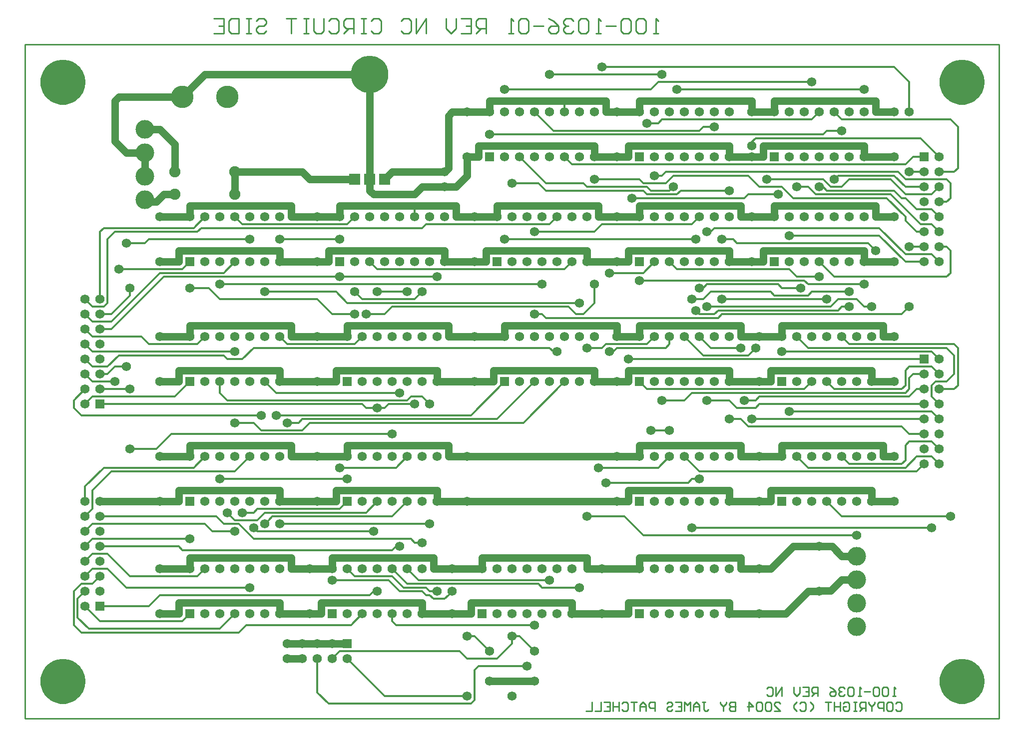
<source format=gbl>
*%FSLAX23Y23*%
*%MOIN*%
G01*
%ADD11C,0.006*%
%ADD12C,0.007*%
%ADD13C,0.008*%
%ADD14C,0.010*%
%ADD15C,0.012*%
%ADD16C,0.020*%
%ADD17C,0.036*%
%ADD18C,0.042*%
%ADD19C,0.050*%
%ADD20C,0.056*%
%ADD21C,0.062*%
%ADD22C,0.066*%
%ADD23C,0.068*%
%ADD24C,0.070*%
%ADD25C,0.075*%
%ADD26C,0.081*%
%ADD27C,0.090*%
%ADD28C,0.120*%
%ADD29C,0.125*%
%ADD30C,0.131*%
%ADD31C,0.140*%
%ADD32C,0.150*%
%ADD33C,0.156*%
%ADD34C,0.160*%
%ADD35C,0.250*%
%ADD36C,0.250*%
%ADD37R,0.062X0.062*%
%ADD38R,0.068X0.068*%
%ADD39R,0.075X0.075*%
%ADD40R,0.081X0.081*%
%ADD41R,0.250X0.250*%
D14*
X10808Y9988D02*
X10841D01*
X10824D02*
X10808D01*
X10824D02*
Y10088D01*
X10825D01*
X10824D02*
X10841Y10071D01*
X10758D02*
X10741Y10088D01*
X10708D01*
X10691Y10071D01*
Y10005D01*
X10708Y9988D01*
X10741D01*
X10758Y10005D01*
Y10071D01*
X10658D02*
X10641Y10088D01*
X10608D01*
X10591Y10071D01*
Y10005D01*
X10608Y9988D01*
X10641D01*
X10658Y10005D01*
Y10071D01*
X10558Y10038D02*
X10491D01*
X10458Y9988D02*
X10424D01*
X10441D01*
Y10088D01*
X10442D01*
X10441D02*
X10458Y10071D01*
X10374D02*
X10358Y10088D01*
X10324D01*
X10308Y10071D01*
Y10005D01*
X10324Y9988D01*
X10358D01*
X10374Y10005D01*
Y10071D01*
X10275D02*
X10258Y10088D01*
X10225D01*
X10208Y10071D01*
Y10055D01*
X10209D01*
X10208D02*
X10209D01*
X10208D02*
X10209D01*
X10208D02*
X10225Y10038D01*
X10241D01*
X10225D01*
X10208Y10021D01*
Y10005D01*
X10225Y9988D01*
X10258D01*
X10275Y10005D01*
X10141Y10071D02*
X10108Y10088D01*
X10141Y10071D02*
X10175Y10038D01*
Y10005D01*
X10158Y9988D01*
X10125D01*
X10108Y10005D01*
Y10021D01*
X10125Y10038D01*
X10175D01*
X10075D02*
X10008D01*
X9975Y10071D02*
X9958Y10088D01*
X9925D01*
X9908Y10071D01*
Y10005D01*
X9925Y9988D01*
X9958D01*
X9975Y10005D01*
Y10071D01*
X9875Y9988D02*
X9841D01*
X9858D01*
Y10088D01*
X9859D01*
X9858D02*
X9875Y10071D01*
X9691Y10088D02*
Y9988D01*
Y10088D02*
X9641D01*
X9625Y10071D01*
Y10038D01*
X9641Y10021D01*
X9691D01*
X9658D02*
X9625Y9988D01*
X9591Y10088D02*
X9525D01*
X9591D02*
Y9988D01*
X9525D01*
X9558Y10038D02*
X9591D01*
X9491Y10021D02*
Y10088D01*
Y10021D02*
X9458Y9988D01*
X9425Y10021D01*
Y10088D01*
X9292D02*
Y9988D01*
X9225D02*
X9292Y10088D01*
X9225D02*
Y9988D01*
X9125Y10071D02*
X9142Y10088D01*
X9175D01*
X9192Y10071D01*
Y10005D01*
X9175Y9988D01*
X9142D01*
X9125Y10005D01*
X8942Y10088D02*
X8925Y10071D01*
X8942Y10088D02*
X8975D01*
X8992Y10071D01*
Y10005D01*
X8975Y9988D01*
X8942D01*
X8925Y10005D01*
X8892Y10088D02*
X8858D01*
X8875D01*
Y9988D01*
X8892D01*
X8858D01*
X8808D02*
Y10088D01*
X8758D01*
X8742Y10071D01*
Y10038D01*
X8758Y10021D01*
X8808D01*
X8775D02*
X8742Y9988D01*
X8642Y10071D02*
X8658Y10088D01*
X8692D01*
X8708Y10071D01*
Y10005D01*
X8692Y9988D01*
X8658D01*
X8642Y10005D01*
X8608D02*
Y10088D01*
Y10005D02*
X8592Y9988D01*
X8558D01*
X8542Y10005D01*
Y10088D01*
X8508D02*
X8475D01*
X8492D01*
Y9988D01*
X8508D01*
X8475D01*
X8425Y10088D02*
X8358D01*
X8392D01*
Y9988D01*
X8175Y10088D02*
X8159Y10071D01*
X8175Y10088D02*
X8209D01*
X8225Y10071D01*
Y10055D01*
X8209Y10038D01*
X8175D01*
X8159Y10021D01*
Y10005D01*
X8175Y9988D01*
X8209D01*
X8225Y10005D01*
X8125Y10088D02*
X8092D01*
X8109D01*
Y9988D01*
X8125D01*
X8092D01*
X8042D02*
Y10088D01*
Y9988D02*
X7992D01*
X7975Y10005D01*
Y10071D01*
X7992Y10088D01*
X8042D01*
X7942D02*
X7875D01*
X7942D02*
Y9988D01*
X7875D01*
X7909Y10038D02*
X7942D01*
X12406Y5563D02*
X12426D01*
X12416D02*
X12406D01*
X12416D02*
Y5623D01*
X12417D01*
X12416D02*
X12426Y5613D01*
X12376D02*
X12366Y5623D01*
X12346D01*
X12336Y5613D01*
Y5573D01*
X12346Y5563D01*
X12366D01*
X12376Y5573D01*
Y5613D01*
X12316D02*
X12306Y5623D01*
X12286D01*
X12276Y5613D01*
Y5573D01*
X12286Y5563D01*
X12306D01*
X12316Y5573D01*
Y5613D01*
X12256Y5593D02*
X12216D01*
X12196Y5563D02*
X12176D01*
X12186D01*
Y5623D01*
X12187D01*
X12186D02*
X12196Y5613D01*
X12146D02*
X12136Y5623D01*
X12116D01*
X12106Y5613D01*
Y5573D01*
X12116Y5563D01*
X12136D01*
X12146Y5573D01*
Y5613D01*
X12086D02*
X12076Y5623D01*
X12056D01*
X12046Y5613D01*
Y5603D01*
X12047D01*
X12046D02*
X12047D01*
X12046D02*
X12047D01*
X12046D02*
X12056Y5593D01*
X12066D01*
X12056D01*
X12046Y5583D01*
Y5573D01*
X12056Y5563D01*
X12076D01*
X12086Y5573D01*
X12006Y5613D02*
X11986Y5623D01*
X12006Y5613D02*
X12026Y5593D01*
Y5573D01*
X12016Y5563D01*
X11996D01*
X11986Y5573D01*
Y5583D01*
X11996Y5593D01*
X12026D01*
X11906Y5563D02*
Y5623D01*
X11876D01*
X11866Y5613D01*
Y5593D01*
X11876Y5583D01*
X11906D01*
X11886D02*
X11866Y5563D01*
X11846Y5623D02*
X11806D01*
X11846D02*
Y5563D01*
X11806D01*
X11826Y5593D02*
X11846D01*
X11786Y5583D02*
Y5623D01*
Y5583D02*
X11766Y5563D01*
X11746Y5583D01*
Y5623D01*
X11666D02*
Y5563D01*
X11626D02*
X11666Y5623D01*
X11626D02*
Y5563D01*
X11566Y5613D02*
X11576Y5623D01*
X11596D01*
X11606Y5613D01*
Y5573D01*
X11596Y5563D01*
X11576D01*
X11566Y5573D01*
X12426Y5513D02*
X12436Y5523D01*
X12456D01*
X12466Y5513D01*
Y5473D01*
X12456Y5463D01*
X12436D01*
X12426Y5473D01*
X12396Y5523D02*
X12376D01*
X12396D02*
X12406Y5513D01*
Y5473D01*
X12396Y5463D01*
X12376D01*
X12366Y5473D01*
Y5513D01*
X12376Y5523D01*
X12346D02*
Y5463D01*
Y5523D02*
X12316D01*
X12306Y5513D01*
Y5493D01*
X12316Y5483D01*
X12346D01*
X12286Y5513D02*
Y5523D01*
Y5513D02*
X12266Y5493D01*
X12246Y5513D01*
Y5523D01*
X12266Y5493D02*
Y5463D01*
X12226D02*
Y5523D01*
X12196D01*
X12186Y5513D01*
Y5493D01*
X12196Y5483D01*
X12226D01*
X12206D02*
X12186Y5463D01*
X12166Y5523D02*
X12146D01*
X12156D01*
Y5463D01*
X12166D01*
X12146D01*
X12086Y5523D02*
X12076Y5513D01*
X12086Y5523D02*
X12106D01*
X12116Y5513D01*
Y5473D01*
X12106Y5463D01*
X12086D01*
X12076Y5473D01*
Y5493D01*
X12096D01*
X12056Y5523D02*
Y5463D01*
Y5493D01*
X12016D01*
Y5523D01*
Y5463D01*
X11996Y5523D02*
X11956D01*
X11976D01*
Y5463D01*
X11876Y5483D02*
X11856Y5463D01*
X11876Y5483D02*
Y5503D01*
X11856Y5523D01*
X11796D02*
X11786Y5513D01*
X11796Y5523D02*
X11816D01*
X11826Y5513D01*
Y5473D01*
X11816Y5463D01*
X11796D01*
X11786Y5473D01*
X11766Y5463D02*
X11746Y5483D01*
Y5503D01*
X11766Y5523D01*
X11656Y5463D02*
X11616D01*
X11656D02*
X11616Y5503D01*
Y5513D01*
X11626Y5523D01*
X11646D01*
X11656Y5513D01*
X11596D02*
X11586Y5523D01*
X11566D01*
X11556Y5513D01*
Y5473D01*
X11566Y5463D01*
X11586D01*
X11596Y5473D01*
Y5513D01*
X11536D02*
X11526Y5523D01*
X11506D01*
X11496Y5513D01*
Y5473D01*
X11506Y5463D01*
X11526D01*
X11536Y5473D01*
Y5513D01*
X11446Y5523D02*
Y5463D01*
X11476Y5493D02*
X11446Y5523D01*
X11436Y5493D02*
X11476D01*
X11356Y5523D02*
Y5463D01*
X11326D01*
X11316Y5473D01*
Y5483D01*
X11326Y5493D01*
X11356D01*
X11357D01*
X11356D02*
X11357D01*
X11356D02*
X11357D01*
X11356D02*
X11326D01*
X11316Y5503D01*
Y5513D01*
X11326Y5523D01*
X11356D01*
X11296D02*
Y5513D01*
X11276Y5493D01*
X11256Y5513D01*
Y5523D01*
X11276Y5493D02*
Y5463D01*
X11156Y5523D02*
X11136D01*
X11146D02*
X11156D01*
X11146D02*
Y5473D01*
X11156Y5463D01*
X11166D01*
X11176Y5473D01*
X11116Y5463D02*
Y5503D01*
X11096Y5523D01*
X11076Y5503D01*
Y5463D01*
Y5493D01*
X11116D01*
X11056Y5463D02*
Y5523D01*
X11036Y5503D01*
X11016Y5523D01*
Y5463D01*
X10996Y5523D02*
X10956D01*
X10996D02*
Y5463D01*
X10956D01*
X10976Y5493D02*
X10996D01*
X10907Y5523D02*
X10897Y5513D01*
X10907Y5523D02*
X10926D01*
X10936Y5513D01*
Y5503D01*
X10926Y5493D01*
X10907D01*
X10897Y5483D01*
Y5473D01*
X10907Y5463D01*
X10926D01*
X10936Y5473D01*
X10817Y5463D02*
Y5523D01*
X10787D01*
X10777Y5513D01*
Y5493D01*
X10787Y5483D01*
X10817D01*
X10757Y5463D02*
Y5503D01*
X10737Y5523D01*
X10717Y5503D01*
Y5463D01*
Y5493D01*
X10757D01*
X10697Y5523D02*
X10657D01*
X10677D01*
Y5463D01*
X10607Y5523D02*
X10597Y5513D01*
X10607Y5523D02*
X10627D01*
X10637Y5513D01*
Y5473D01*
X10627Y5463D01*
X10607D01*
X10597Y5473D01*
X10577Y5463D02*
Y5523D01*
Y5493D02*
Y5463D01*
Y5493D02*
X10537D01*
Y5523D01*
Y5463D01*
X10517Y5523D02*
X10477D01*
X10517D02*
Y5463D01*
X10477D01*
X10497Y5493D02*
X10517D01*
X10457Y5523D02*
Y5463D01*
X10417D01*
X10397D02*
Y5523D01*
Y5463D02*
X10357D01*
X13116Y5413D02*
Y9913D01*
X6616D02*
Y5413D01*
X13116D01*
Y9913D02*
X6616D01*
D15*
X7141Y7088D02*
X7016Y6963D01*
X7066Y6938D02*
X7191Y7063D01*
Y8063D02*
X7516Y8388D01*
X7541Y8363D02*
X7191Y8013D01*
X9591Y7438D02*
X9816Y7663D01*
X10016D02*
X9766Y7413D01*
X9941Y7388D02*
X10216Y7663D01*
X7316Y8238D02*
X7191Y8113D01*
X7166Y6513D02*
X7316Y6363D01*
X12591Y9288D02*
X12716Y9163D01*
X12391Y8913D02*
X12591Y8713D01*
X12491Y8763D02*
X12366Y8888D01*
X10091Y8988D02*
X9916Y9163D01*
X10141Y9338D02*
X10016Y9463D01*
X10616Y6763D02*
X10741Y6638D01*
X11141Y7838D02*
X11016Y7963D01*
X8766Y5813D02*
X9016Y5563D01*
X12316Y8638D02*
X12491Y8463D01*
Y8513D02*
X12316Y8688D01*
X9591Y5513D02*
X8641D01*
X9016Y5563D02*
X9566D01*
X9641Y5763D02*
X9966D01*
X6966Y6088D02*
Y6213D01*
X6941Y6263D02*
Y6038D01*
Y7488D02*
Y7538D01*
X7016Y6263D02*
X6966Y6213D01*
X6941Y6263D02*
X6991Y6313D01*
X6941Y7538D02*
X7016Y7613D01*
X6966Y6088D02*
X7041Y6013D01*
X6991Y5988D02*
X6941Y6038D01*
X6991Y7438D02*
X6941Y7488D01*
X9566Y5963D02*
X9616D01*
X9516Y5863D02*
X8716D01*
X9566Y5813D02*
X9766D01*
X9866Y5963D02*
X9916D01*
X7016Y6863D02*
Y6963D01*
X7066Y6938D02*
Y6813D01*
X7116Y8213D02*
Y8663D01*
X7166Y8613D02*
Y8188D01*
X7116Y6363D02*
X7066Y6313D01*
X7016Y6363D02*
X7066Y6413D01*
X7016Y6463D02*
X7066Y6513D01*
X7016Y6563D02*
X7066Y6613D01*
X7016Y6663D02*
X7066Y6713D01*
X7016Y6763D02*
X7066Y6813D01*
X7116Y8663D02*
X7141Y8688D01*
X7166Y8613D02*
X7216Y8663D01*
X7166Y8188D02*
X7141Y8163D01*
X7241Y7838D02*
X7166Y7763D01*
Y7713D02*
X7216Y7763D01*
X7066Y7563D02*
X7016Y7513D01*
Y6163D02*
X7116Y6063D01*
X7216Y6363D02*
X7166Y6413D01*
X7066Y8163D02*
X7016Y8213D01*
Y8113D02*
X7066Y8063D01*
X7016Y8013D02*
X7066Y7963D01*
X7016Y7913D02*
X7066Y7863D01*
X7016Y7813D02*
X7066Y7763D01*
X7016Y7713D02*
X7066Y7663D01*
X7116Y6063D02*
X7666D01*
X7916Y6013D02*
X7041D01*
X7116Y6163D02*
X7441D01*
X6991Y5988D02*
X8041D01*
X8091Y6038D02*
X8791D01*
X9116D02*
X10016D01*
X9116D02*
X9091D01*
X7316Y8238D02*
Y8288D01*
X7216Y6363D02*
X7291Y6288D01*
X7516Y6238D02*
X8916D01*
X8941Y6263D02*
X8966D01*
X7066Y6313D02*
X6991D01*
X7291Y6288D02*
X8116D01*
X7766Y6363D02*
X7316D01*
X9241Y6338D02*
X10116D01*
X10041Y6313D02*
X9166D01*
X10066Y6288D02*
X10316D01*
X9366Y6263D02*
X9316D01*
X9291Y6288D02*
X9141D01*
X9066Y6363D02*
X8816D01*
X9341Y6213D02*
X9416D01*
X9316Y6238D02*
X9291D01*
X9266Y6263D02*
X9116D01*
X9041Y6338D02*
X8666D01*
X7516Y6238D02*
X7441Y6163D01*
X7416Y8588D02*
X7441Y8613D01*
X7591Y7313D02*
X7491Y7213D01*
X7441Y7913D02*
X7391Y7963D01*
X7166Y6413D02*
X7066D01*
Y6513D02*
X7166D01*
X7666Y6538D02*
X9066D01*
X9091Y6563D02*
X9116D01*
X7641D02*
X7116D01*
X7666Y6063D02*
X7716Y6113D01*
X7766Y6363D02*
X7816Y6413D01*
X7741Y7088D02*
X7816Y7163D01*
X7741Y8688D02*
X7816Y8763D01*
Y7963D02*
X7766Y7913D01*
X7666Y8413D02*
X7716Y8463D01*
Y7663D02*
X7616Y7563D01*
X7766Y8663D02*
X7791Y8688D01*
X7641Y6563D02*
X7666Y6538D01*
X7716Y6613D02*
X7066D01*
X9216Y6588D02*
X9266D01*
X11066Y6688D02*
X12666D01*
X8016Y6663D02*
X7866D01*
X7816Y6713D02*
X7066D01*
X7941D02*
X8041D01*
X8141Y6613D02*
X9191D01*
X8941Y6663D02*
X8166D01*
X8316Y6713D02*
X9316D01*
X8166Y6738D02*
X8016D01*
X10741Y6638D02*
X12166D01*
X7916Y7588D02*
Y7663D01*
X8016Y6113D02*
X7916Y6013D01*
X7941Y8388D02*
X8016Y8463D01*
X7941Y7838D02*
X7966Y7813D01*
X7916Y7588D02*
X7966Y7538D01*
X7816Y6713D02*
X7866Y6663D01*
X7941Y6713D02*
X7891Y6763D01*
X7916Y8213D02*
X7841Y8288D01*
X12066Y6763D02*
X12791D01*
X7891D02*
X7116D01*
X8166Y6813D02*
X8716D01*
X8141Y6788D02*
X8066D01*
X8216D02*
X8891D01*
X9066Y6763D02*
X8266D01*
X10366D02*
X10616D01*
X8091Y6038D02*
X8041Y5988D01*
X8016Y7063D02*
X8116Y7163D01*
X8066Y7813D02*
X8141Y7888D01*
X8166Y6813D02*
X8141Y6788D01*
X8191Y7338D02*
X8141Y7388D01*
X8041Y6713D02*
X8141Y6613D01*
X8166Y6663D02*
X8141Y6688D01*
X8016Y6738D02*
X7966Y6788D01*
X8066Y8713D02*
X8016Y8763D01*
X7741Y7088D02*
X7141D01*
X7191Y7063D02*
X8016D01*
X11116D02*
X12566D01*
X12491Y7088D02*
X11841D01*
X12116Y7113D02*
X12466D01*
X10841Y7088D02*
X10441D01*
X8766Y7013D02*
X7916D01*
X8716Y7088D02*
X9091D01*
X10491Y6988D02*
X11041D01*
X11066Y7013D02*
X11116D01*
X8216Y6788D02*
X8166Y6738D01*
X8241D02*
X8266Y6763D01*
X8241Y6738D02*
X8216Y6713D01*
X8291Y7588D02*
X8216Y7663D01*
X8366Y7913D02*
X8316Y7963D01*
X10791Y7338D02*
X10916D01*
X12516Y7313D02*
X12616D01*
X12566Y7163D02*
X12666D01*
Y7263D02*
X12516D01*
X8466Y7338D02*
X8191D01*
X7591Y7313D02*
X9066D01*
X7491Y7213D02*
X7316D01*
X8441Y7388D02*
X8466Y7413D01*
X8516Y7388D02*
X8466Y7338D01*
X8191Y7438D02*
X6991D01*
X11416Y7538D02*
X11491D01*
Y7488D02*
X11366D01*
X11316Y7538D02*
X11166D01*
X11516Y7513D02*
X12616D01*
X11016Y7538D02*
X10866D01*
X11466Y7413D02*
X12616D01*
X12666Y7463D02*
X11716D01*
X11441Y7363D02*
X12466D01*
X11391Y7413D02*
X11316D01*
X9591Y7438D02*
X8291D01*
X8466Y7413D02*
X9766D01*
X8441Y7388D02*
X8366D01*
X8516D02*
X9941D01*
X8141D02*
X8016D01*
X7966Y7538D02*
X9166D01*
X9016Y7488D02*
X8966D01*
X9041Y7513D02*
X9216D01*
X9016Y7488D02*
X8891D01*
X8866Y7513D02*
X7116D01*
X8566Y5813D02*
Y5588D01*
X8716Y6813D02*
X8766Y6863D01*
X8716Y5863D02*
X8666Y5813D01*
X8566Y5588D02*
X8641Y5513D01*
X8766Y8188D02*
X8691Y8263D01*
X8566Y8213D02*
X8666Y8113D01*
X7166Y7713D02*
X7116D01*
X7066Y7663D02*
X7216D01*
X7066Y7563D02*
X7616D01*
X12716Y7613D02*
X12816D01*
X12766Y7663D02*
X12691D01*
X12466Y7613D02*
X12016D01*
X12541Y7713D02*
X12616D01*
X12516Y7563D02*
X11516D01*
X12566Y7613D02*
X12616D01*
X12491Y7588D02*
X11066D01*
X9116D02*
X8291D01*
X9191Y7563D02*
X9266D01*
X10766Y7613D02*
X11816D01*
X7316D02*
X7116D01*
X8916Y6238D02*
X8941Y6263D01*
X8866Y6113D02*
X8791Y6038D01*
X8891Y6788D02*
X8966Y6863D01*
X8766Y8713D02*
X8816Y8763D01*
X8866Y7963D02*
X8816Y7913D01*
X8866Y8213D02*
X8816Y8263D01*
X8766Y6413D02*
X8816Y6363D01*
X8966Y8413D02*
X8916Y8463D01*
X8866Y7513D02*
X8891Y7488D01*
X7766Y7913D02*
X7441D01*
X7066Y7863D02*
X8016D01*
X7166Y7763D02*
X7066D01*
X7241Y7838D02*
X7941D01*
X7966Y7813D02*
X8066D01*
X8141Y7888D02*
X10116D01*
X10141Y7863D02*
X10166D01*
X7291Y7763D02*
X7216D01*
X12116Y7913D02*
X12816D01*
X12766Y7888D02*
X11841D01*
X11666Y7863D02*
X12666D01*
Y7763D02*
X12516D01*
X10966Y7813D02*
X10641D01*
X10966D02*
X12616D01*
X11391Y7888D02*
X11191D01*
X10766Y7913D02*
X10491D01*
X10466Y7888D02*
X10366D01*
X10566D02*
X10891D01*
X10541Y7863D02*
X10516D01*
X11141Y7838D02*
X11441D01*
X8816Y7913D02*
X8366D01*
X9066Y6113D02*
Y6063D01*
Y6538D02*
X9091Y6563D01*
Y7088D02*
X9166Y7163D01*
Y6863D02*
X9066Y6763D01*
X9016Y7488D02*
X9041Y7513D01*
X9016Y8113D02*
X9066Y8163D01*
Y6413D02*
X9166Y6313D01*
X9066Y6063D02*
X9091Y6038D01*
X9141Y6288D02*
X9066Y6363D01*
X9041Y6338D02*
X9116Y6263D01*
X7191Y8063D02*
X7066D01*
X7116Y8013D02*
X7191D01*
X7066Y7963D02*
X7391D01*
X8666Y8113D02*
X8816D01*
X7191D02*
X7116D01*
X11116D02*
X11216D01*
X11266D02*
X12466D01*
X11241Y8088D02*
X10091D01*
X10066Y8113D02*
X10016D01*
X9016D02*
X8891D01*
X10291D02*
X10341D01*
X9216Y8763D02*
Y8838D01*
X9266Y8263D02*
X9216Y8213D01*
X9191Y7563D02*
X9166Y7538D01*
X9266Y8688D02*
X9291Y8713D01*
X9191Y6613D02*
X9216Y6588D01*
X9166Y6413D02*
X9241Y6338D01*
X9316Y7513D02*
X9266Y7563D01*
X9291Y6288D02*
X9316Y6263D01*
Y6238D02*
X9341Y6213D01*
X9291Y6238D02*
X9266Y6263D01*
X7141Y8163D02*
X7066D01*
X11266Y8213D02*
X11966D01*
X11791Y8288D02*
X11666D01*
X11641Y8313D02*
X11166D01*
X11141Y8288D02*
X11116D01*
X11866Y8263D02*
X12116D01*
X11841Y8238D02*
X11616D01*
X11591Y8263D02*
X11191D01*
X11141Y8213D02*
X11066D01*
X9166Y8263D02*
X8966D01*
X8866Y8213D02*
X9216D01*
X10066Y8313D02*
X7916D01*
X8216Y8263D02*
X8691D01*
X8766Y8188D02*
X10316D01*
X8566Y8213D02*
X7916D01*
X7841Y8288D02*
X7716D01*
X12216Y8163D02*
X12266D01*
X12166Y8213D02*
X12041D01*
X11991Y8163D02*
X11166D01*
X12066D02*
X12116D01*
X12041Y8138D02*
X11241D01*
X10241Y8163D02*
X9066D01*
X11841Y8313D02*
X12216D01*
X9466Y6263D02*
X9441Y6238D01*
X9416Y6213D01*
X9516Y5863D02*
X9566Y5813D01*
X7941Y8388D02*
X7516D01*
X7541Y8363D02*
X9366D01*
X7666Y8413D02*
X7241D01*
X12016Y8363D02*
X12766D01*
X11716Y8413D02*
X10966D01*
X11766Y8363D02*
X11916D01*
X11816Y8338D02*
X10716D01*
X10216Y8413D02*
X8966D01*
X8716Y8363D02*
X9366D01*
X12491Y8463D02*
X12616D01*
X12666Y8513D02*
X12491D01*
X10741Y8388D02*
X10516D01*
X9616Y5738D02*
Y5538D01*
Y5738D02*
X9641Y5763D01*
X9616Y5538D02*
X9591Y5513D01*
X9716Y5863D02*
X9616Y5963D01*
X7741Y8688D02*
X7141D01*
X7216Y8663D02*
X7766D01*
X7416Y8588D02*
X7291D01*
X12591Y8713D02*
X12666D01*
X12616Y8663D02*
X12566D01*
X12716Y8563D02*
X12766D01*
X11191Y8663D02*
X11166D01*
X11366Y8588D02*
X12241D01*
X11341Y8613D02*
X11266D01*
X10416Y8663D02*
X10016D01*
X10466Y8713D02*
X11066D01*
X8766D02*
X8066D01*
X8316Y8613D02*
X8716D01*
X8116D02*
X7441D01*
X7791Y8688D02*
X9266D01*
X9291Y8713D02*
X10116D01*
X9816Y8613D02*
X11091D01*
X11716Y8638D02*
X12316D01*
Y8688D02*
X11216D01*
X12516Y8563D02*
X12616D01*
X9866Y5963D02*
Y5913D01*
X9766Y5813D01*
X9916Y5963D02*
X10016Y5863D01*
X12716Y8863D02*
X12766D01*
X12666Y8913D02*
X12491D01*
X12566Y8813D02*
X12666D01*
X12491Y8888D02*
X12466D01*
X12391Y8913D02*
X11891D01*
X11741Y8888D02*
X12366D01*
X10966Y8913D02*
X10766D01*
X11441D02*
X11641D01*
X11416Y8888D02*
X10666D01*
X10166Y8763D02*
X10116Y8713D01*
Y7888D02*
X10141Y7863D01*
X10041Y6313D02*
X10066Y6288D01*
X10091Y8938D02*
X10041Y8988D01*
X10066Y8113D02*
X10091Y8088D01*
X12716Y9063D02*
X12816D01*
X10866Y9038D02*
X10816D01*
X12116Y9013D02*
X12391D01*
X12066Y8963D02*
X11991D01*
X11941Y9013D02*
X11566D01*
X11966Y8938D02*
X12416D01*
X11941Y8963D02*
X11916D01*
X11841D02*
X11766D01*
X11666D02*
X11516D01*
X11441Y9038D02*
X10941D01*
X10891Y8988D02*
X10741D01*
X10716Y9013D02*
X10416D01*
X10341Y8988D02*
X10091D01*
X10366Y8963D02*
X10766D01*
X10791Y8938D02*
X10916D01*
X10991D02*
X11291D01*
X10741D02*
X10091D01*
X10041Y8988D02*
X9866D01*
X11291Y8938D02*
X11316D01*
X12491Y9013D02*
X12766D01*
X12616Y8963D02*
X12491D01*
X12416Y9038D02*
X12041D01*
X12441Y9063D02*
X10891D01*
X12516D02*
X12616D01*
X10216Y9463D02*
Y9538D01*
X10266Y8463D02*
X10216Y8413D01*
X10266Y9113D02*
X10216Y9163D01*
X10241Y8163D02*
X10291Y8113D01*
X10266Y9113D02*
X12491D01*
X12541Y9163D02*
X12616D01*
X12591Y9288D02*
X11491D01*
X10416Y8313D02*
Y8188D01*
Y8663D02*
X10466Y8713D01*
X10491Y7913D02*
X10466Y7888D01*
X10341Y8113D02*
X10416Y8188D01*
X10366Y8963D02*
X10341Y8988D01*
X12066Y9413D02*
X12791D01*
X11866D02*
X10866D01*
X10841Y9388D02*
X10766D01*
X11966Y9338D02*
X12066D01*
X11941Y9313D02*
X9716D01*
X11141Y9363D02*
X11216D01*
X11116Y9338D02*
X10141D01*
X10566Y7888D02*
X10541Y7863D01*
X11016Y9613D02*
X12216D01*
X11016D02*
X10966D01*
X10791D02*
X9816D01*
X10841Y9663D02*
X11866D01*
X10891Y9063D02*
X10866Y9038D01*
X10891Y8988D02*
X10941Y9038D01*
X10816Y8463D02*
X10741Y8388D01*
X10916Y7163D02*
X10841Y7088D01*
Y9388D02*
X10866Y9413D01*
X10791Y9613D02*
X10841Y9663D01*
X10816Y7963D02*
X10766Y7913D01*
X10891Y7888D02*
X10916Y7913D01*
X10741Y8988D02*
X10716Y9013D01*
X10766Y8963D02*
X10791Y8938D01*
X10766Y8913D02*
X10741Y8938D01*
X10716Y7663D02*
X10766Y7613D01*
X10866Y9713D02*
X10116D01*
X10466Y9763D02*
X12416D01*
X10916Y7963D02*
Y7913D01*
X11066Y7588D02*
X11016Y7538D01*
X10916Y8938D02*
X10941Y8963D01*
X10966Y8913D02*
X10991Y8938D01*
X11116Y8763D02*
X11066Y8713D01*
Y7013D02*
X11041Y6988D01*
X11116Y7063D02*
X11016Y7163D01*
X10966Y8413D02*
X10916Y8463D01*
X11091Y8138D02*
X11116Y8113D01*
X11191Y8663D02*
X11216Y8688D01*
X11166Y8313D02*
X11141Y8288D01*
X11116Y9338D02*
X11141Y9363D01*
X11191Y8263D02*
X11141Y8213D01*
X11216Y8113D02*
X11241Y8138D01*
X11266Y8113D02*
X11241Y8088D01*
X11116Y7963D02*
X11191Y7888D01*
X11466Y9238D02*
Y9263D01*
X11491Y9288D01*
X11441Y8913D02*
X11416Y8888D01*
X11491Y7888D02*
X11441Y7838D01*
X11516Y8963D02*
X11441Y9038D01*
X11316Y7538D02*
X11366Y7488D01*
X11391Y7413D02*
X11441Y7363D01*
X11366Y8588D02*
X11341Y8613D01*
X11516Y7563D02*
X11491Y7538D01*
X11516Y7513D02*
X11491Y7488D01*
X11741Y8888D02*
X11666Y8963D01*
X11641Y8313D02*
X11666Y8288D01*
X11616Y8238D02*
X11591Y8263D01*
X11866Y9413D02*
X11916Y9463D01*
X11866Y8263D02*
X11841Y8238D01*
X11866Y7663D02*
X11816Y7613D01*
X11891Y8913D02*
X11841Y8963D01*
X11766Y7963D02*
X11841Y7888D01*
X11766Y7163D02*
X11841Y7088D01*
X11766Y8363D02*
X11716Y8413D01*
X11816Y8338D02*
X11841Y8313D01*
X12016Y9013D02*
X12041Y9038D01*
X12066Y8963D02*
X12116Y9013D01*
X11941Y9313D02*
X11966Y9338D01*
X12041Y8213D02*
X11991Y8163D01*
X12041Y8138D02*
X12066Y8163D01*
Y9413D02*
X12016Y9463D01*
X11941Y9013D02*
X11991Y8963D01*
X11966Y8938D02*
X11941Y8963D01*
X11916Y8463D02*
X12016Y8363D01*
X12066Y7963D02*
X12116Y7913D01*
X11966Y7663D02*
X12016Y7613D01*
X12066Y7163D02*
X12116Y7113D01*
X11966Y6863D02*
X12066Y6763D01*
X12291Y8538D02*
X12241Y8588D01*
X12166Y8213D02*
X12216Y8163D01*
X12491Y8913D02*
X12391Y9013D01*
X12416Y8938D02*
X12466Y8888D01*
X12491Y8963D02*
X12416Y9038D01*
X12441Y9063D02*
X12491Y9013D01*
X12516Y9663D02*
X12416Y9763D01*
X12491Y8763D02*
Y8738D01*
Y7738D02*
Y7638D01*
X12516Y7613D02*
Y7688D01*
X12491Y7238D02*
Y7138D01*
X12516Y9463D02*
Y9663D01*
X12541Y9163D02*
X12491Y9113D01*
X12516Y7763D02*
X12491Y7738D01*
Y7638D02*
X12466Y7613D01*
X12516Y7688D02*
X12541Y7713D01*
X12516Y7613D02*
X12491Y7588D01*
X12516Y7563D02*
X12566Y7613D01*
X12616Y7113D02*
X12566Y7063D01*
X12491Y7088D02*
X12566Y7163D01*
X12491Y7138D02*
X12466Y7113D01*
X12491Y7238D02*
X12516Y7263D01*
X12466Y8113D02*
X12516Y8163D01*
X12566Y8813D02*
X12491Y8888D01*
Y8738D02*
X12566Y8663D01*
X12466Y7363D02*
X12516Y7313D01*
X12841Y9088D02*
Y9363D01*
X12791Y8988D02*
Y8888D01*
Y8538D02*
Y8388D01*
X12841Y7888D02*
Y7638D01*
X12666D02*
Y7563D01*
X12816Y7713D02*
Y7838D01*
Y9063D02*
X12841Y9088D01*
X12791Y8888D02*
X12766Y8863D01*
X12666Y8913D02*
X12716Y8963D01*
X12791Y8388D02*
X12766Y8363D01*
X12841Y7638D02*
X12816Y7613D01*
X12691Y7663D02*
X12666Y7638D01*
X12766Y7663D02*
X12816Y7713D01*
X12841Y9363D02*
X12791Y9413D01*
X12766Y9013D02*
X12791Y8988D01*
X12666Y8813D02*
X12716Y8763D01*
X12666Y8713D02*
X12716Y8663D01*
X12766Y8563D02*
X12791Y8538D01*
X12716Y8463D02*
X12666Y8513D01*
X12816Y7913D02*
X12841Y7888D01*
X12816Y7838D02*
X12766Y7888D01*
X12666Y7563D02*
X12716Y7513D01*
Y7813D02*
X12666Y7863D01*
Y7763D02*
X12716Y7713D01*
X12666Y7463D02*
X12716Y7413D01*
X12666Y7163D02*
X12716Y7113D01*
Y7213D02*
X12666Y7263D01*
D19*
X11741Y6563D02*
X11591Y6413D01*
X11991Y6266D02*
X12066Y6341D01*
X11841Y6263D02*
X11691Y6113D01*
X9016Y9013D02*
X9066Y9063D01*
X9441Y9438D02*
X9466Y9463D01*
X9441Y9088D02*
X9416Y9063D01*
X9266Y8963D02*
X9216Y8913D01*
X7241Y9563D02*
X7216Y9538D01*
X7666Y9563D02*
X7816Y9713D01*
X7541Y8913D02*
X7491Y8863D01*
X9491Y8963D02*
X9566Y9038D01*
X12000Y6563D02*
X12066Y6497D01*
X8941Y8913D02*
X8916Y8938D01*
X8516Y9013D02*
X8466Y9063D01*
X7291Y9191D02*
X7216Y9266D01*
X7516Y9347D02*
X7616Y9247D01*
X9716Y5663D02*
X10016D01*
X8466Y5813D02*
X8366D01*
Y5913D02*
X8466D01*
X8566D01*
X8666D02*
X8766D01*
X8666D02*
X8566D01*
X11516Y6113D02*
X11691D01*
X11516D02*
X11316D01*
X10641D02*
X10466D01*
X10266D01*
X9591D02*
X9466D01*
X9266D01*
X8591D02*
X8491D01*
X8516D01*
X7641D02*
X7516D01*
X8316D02*
X8516D01*
X7216Y9266D02*
Y9538D01*
X12066Y6341D02*
X12166D01*
X11991Y6266D02*
X11916D01*
Y6263D02*
X11841D01*
X11316Y6188D02*
X10641D01*
X10266D02*
X9591D01*
X9266D02*
X8591D01*
X8316D02*
X7641D01*
X7416Y9035D02*
Y9188D01*
Y9191D01*
Y8879D02*
Y8863D01*
X7716Y6488D02*
X8391D01*
X7716Y6413D02*
X7516D01*
X8391D02*
X8516D01*
X8666Y6488D02*
X9341D01*
X8666Y6413D02*
X8516D01*
X9341D02*
X9466D01*
X9666Y6488D02*
X10366D01*
X9666Y6413D02*
X9466D01*
X10366D02*
X10491D01*
X10466D01*
X10716Y6488D02*
X11391D01*
X10716Y6413D02*
X10466D01*
X11391D02*
X11516D01*
X11591D01*
X11741Y6563D02*
X11916D01*
X12000D01*
X12066Y6497D02*
X12166D01*
X7716Y8763D02*
Y8838D01*
X7641Y8538D02*
Y8463D01*
X7716Y8038D02*
Y7963D01*
X7641Y7738D02*
Y7663D01*
X7716Y7238D02*
Y7163D01*
X7641Y6938D02*
Y6863D01*
X7716Y6488D02*
Y6413D01*
X7641Y6188D02*
Y6113D01*
X7616Y9063D02*
Y9247D01*
X11591Y6938D02*
X12266D01*
Y6863D02*
X12416D01*
X11591D02*
X11516D01*
X11316Y6938D02*
X10641D01*
X11316Y6863D02*
X11516D01*
X10641D02*
X10566D01*
X9566D01*
X9366Y6938D02*
X8691D01*
X9366Y6863D02*
X9566D01*
X8691D02*
X8566D01*
X8316Y6938D02*
X7641D01*
X8316Y6863D02*
X8566D01*
X7516D02*
X7116D01*
X7516D02*
X7641D01*
X8016Y8913D02*
Y9063D01*
X8316Y8538D02*
Y8463D01*
Y7738D02*
Y7663D01*
Y6938D02*
Y6863D01*
Y6188D02*
Y6113D01*
X11666Y7238D02*
X12341D01*
Y7163D02*
X12416D01*
X11391Y7238D02*
X10716D01*
X11516Y7163D02*
X11666D01*
X11516D02*
X11391D01*
X10716D02*
X10566D01*
X9441Y7238D02*
X8766D01*
X9566Y7163D02*
X10566D01*
X9566D02*
X9441D01*
X8391Y7238D02*
X7716D01*
X8566Y7163D02*
X8766D01*
X8566D02*
X8391D01*
X7716D02*
X7516D01*
X8391Y8763D02*
Y8838D01*
Y8038D02*
Y7963D01*
Y7238D02*
Y7163D01*
Y6488D02*
Y6413D01*
X8716Y8763D02*
Y8838D01*
X8641Y8538D02*
Y8463D01*
X8691Y7738D02*
Y7663D01*
Y6938D02*
Y6863D01*
X8666Y6488D02*
Y6413D01*
X8591Y6188D02*
Y6113D01*
X11591Y7738D02*
X12266D01*
Y7663D02*
X12416D01*
X11591D02*
X11516D01*
X11316Y7738D02*
X10641D01*
X11316Y7663D02*
X11516D01*
X10641D02*
X10541D01*
X10566D01*
X10416Y7738D02*
X9741D01*
X10416Y7663D02*
X10566D01*
X9741D02*
X9616D01*
X9366Y7738D02*
X8691D01*
X9366Y7663D02*
X9616D01*
X8691D02*
X8566D01*
X8316Y7738D02*
X7641D01*
Y7663D02*
X7516D01*
X8316D02*
X8566D01*
X8766Y7963D02*
Y8038D01*
Y7238D02*
Y7163D01*
X8916Y8938D02*
Y9013D01*
Y9713D01*
X11666Y8038D02*
X12341D01*
Y7963D02*
X12416D01*
X11391Y8038D02*
X10716D01*
X11516Y7963D02*
X11666D01*
X11516D02*
X11391D01*
X10566Y8038D02*
X9816D01*
X10566Y7963D02*
X10716D01*
X9816D02*
X9716D01*
X9441Y8038D02*
X8766D01*
X9616Y7963D02*
X9716D01*
X9616D02*
X9441D01*
X8391Y8038D02*
X7716D01*
X8566Y7963D02*
X8766D01*
X8566D02*
X8391D01*
X7716D02*
X7516D01*
X9266Y6188D02*
Y6113D01*
X9491Y8763D02*
Y8838D01*
X9416Y8538D02*
Y8463D01*
X9441Y8038D02*
Y7963D01*
X9366Y7738D02*
Y7663D01*
X9441Y7238D02*
Y7163D01*
X9366Y6938D02*
Y6863D01*
X9341Y6488D02*
Y6413D01*
X9441Y9088D02*
Y9438D01*
X7641Y8463D02*
X7516D01*
X8316D02*
X8566D01*
X8641D01*
X9416D02*
X9616D01*
X9691D01*
X10366D02*
X10566D01*
X10641D01*
X11316D02*
X11466D01*
X11541D01*
X12216D02*
X12416D01*
X9716Y9463D02*
Y9538D01*
X9641Y9238D02*
Y9163D01*
X9691Y8538D02*
Y8463D01*
X9666Y6488D02*
Y6413D01*
X9591Y6188D02*
Y6113D01*
X9566Y9038D02*
Y9163D01*
X8316Y8538D02*
X7641D01*
X8641D02*
X9416D01*
X9691D02*
X10366D01*
X10641D02*
X11316D01*
X11541D02*
X12216D01*
X9766Y8763D02*
Y8838D01*
X9816Y8038D02*
Y7963D01*
X9741Y7738D02*
Y7663D01*
X11616Y8838D02*
X12291D01*
Y8763D02*
X12416D01*
X11391Y8838D02*
X10716D01*
X11466Y8763D02*
X11616D01*
X11466D02*
X11391D01*
X10441Y8838D02*
X9766D01*
X10566Y8763D02*
X10716D01*
X10566D02*
X10441D01*
X9491Y8838D02*
X8716D01*
X9616Y8763D02*
X9766D01*
X9616D02*
X9491D01*
X8391Y8838D02*
X7716D01*
X8566Y8763D02*
X8716D01*
X8566D02*
X8391D01*
X7716D02*
X7516D01*
X8941Y8913D02*
X9216D01*
X7491Y8863D02*
X7416D01*
X7541Y8913D02*
X7616D01*
X9066Y9063D02*
X9416D01*
X8466D02*
X8016D01*
X8516Y9013D02*
X8816D01*
X9266Y8963D02*
X9416D01*
X9491D01*
X10266Y6188D02*
Y6113D01*
X11541Y9238D02*
X12216D01*
Y9163D02*
X12416D01*
X11466D02*
X11316D01*
X11466D02*
X11541D01*
X10416Y9238D02*
X9641D01*
X10416Y9163D02*
X10566D01*
X10641D01*
Y9238D02*
X11316D01*
X7416Y9191D02*
X7291D01*
X9566Y9163D02*
X9641D01*
X10491Y9463D02*
Y9538D01*
X10416Y9238D02*
Y9163D01*
X10441Y8838D02*
Y8763D01*
X10366Y8538D02*
Y8463D01*
X10416Y7738D02*
Y7663D01*
X10366Y6488D02*
Y6413D01*
X12291Y9463D02*
X12416D01*
X10566D02*
X10491D01*
X10566D02*
X10716D01*
X11466D02*
X11616D01*
X9716D02*
X9566D01*
X9466D01*
X7516Y9347D02*
X7416D01*
X10641Y9238D02*
Y9163D01*
Y8538D02*
Y8463D01*
X10566Y8038D02*
Y7963D01*
X10641Y7738D02*
Y7663D01*
Y6938D02*
Y6863D01*
Y6163D02*
Y6113D01*
Y6163D02*
Y6188D01*
X11616Y9538D02*
X12291D01*
X10491D02*
X9716D01*
X10716D02*
X11466D01*
X7666Y9563D02*
X7241D01*
X10716Y9538D02*
Y9463D01*
Y8838D02*
Y8763D01*
Y8038D02*
Y7963D01*
Y7238D02*
Y7163D01*
Y6488D02*
Y6413D01*
X8916Y9713D02*
X7816D01*
X11466Y9538D02*
Y9463D01*
X11316Y9238D02*
Y9163D01*
X11391Y8838D02*
Y8763D01*
X11316Y8538D02*
Y8463D01*
X11391Y8038D02*
Y7963D01*
X11316Y7738D02*
Y7663D01*
X11391Y7238D02*
Y7163D01*
X11316Y6938D02*
Y6863D01*
X11391Y6488D02*
Y6413D01*
X11316Y6188D02*
Y6113D01*
X11616Y9463D02*
Y9538D01*
X11541Y9238D02*
Y9163D01*
X11616Y8838D02*
Y8763D01*
X11541Y8538D02*
Y8463D01*
X11666Y8038D02*
Y7963D01*
X11591Y7738D02*
Y7663D01*
X11666Y7238D02*
Y7163D01*
X11591Y6938D02*
Y6863D01*
X11916Y6266D02*
Y6263D01*
X12216Y9213D02*
Y9238D01*
Y9213D02*
Y9163D01*
Y8538D02*
Y8463D01*
X12266Y7738D02*
Y7663D01*
Y6938D02*
Y6863D01*
X12291Y9463D02*
Y9538D01*
Y8838D02*
Y8763D01*
X12341Y8038D02*
Y7963D01*
Y7238D02*
Y7163D01*
X12741Y9663D02*
X12742D01*
X12741D02*
X12741Y9653D01*
X12743Y9643D01*
X12745Y9633D01*
X12747Y9623D01*
X12751Y9614D01*
X12755Y9605D01*
X12760Y9596D01*
X12766Y9588D01*
X12772Y9580D01*
X12779Y9573D01*
X12787Y9566D01*
X12795Y9560D01*
X12804Y9555D01*
X12812Y9550D01*
X12822Y9546D01*
X12831Y9543D01*
X12841Y9541D01*
X12851Y9539D01*
X12861Y9538D01*
X12871D01*
X12881Y9539D01*
X12891Y9541D01*
X12901Y9543D01*
X12910Y9546D01*
X12920Y9550D01*
X12928Y9555D01*
X12937Y9560D01*
X12945Y9566D01*
X12953Y9573D01*
X12960Y9580D01*
X12966Y9588D01*
X12972Y9596D01*
X12977Y9605D01*
X12981Y9614D01*
X12985Y9623D01*
X12987Y9633D01*
X12989Y9643D01*
X12991Y9653D01*
X12991Y9663D01*
X12992D01*
X12991D02*
X12991Y9673D01*
X12989Y9683D01*
X12987Y9693D01*
X12985Y9703D01*
X12981Y9712D01*
X12977Y9721D01*
X12972Y9730D01*
X12966Y9738D01*
X12960Y9746D01*
X12953Y9753D01*
X12945Y9760D01*
X12937Y9766D01*
X12928Y9771D01*
X12920Y9776D01*
X12910Y9780D01*
X12901Y9783D01*
X12891Y9785D01*
X12881Y9787D01*
X12871Y9788D01*
X12861D01*
X12851Y9787D01*
X12841Y9785D01*
X12831Y9783D01*
X12822Y9780D01*
X12812Y9776D01*
X12804Y9771D01*
X12795Y9766D01*
X12787Y9760D01*
X12779Y9753D01*
X12772Y9746D01*
X12766Y9738D01*
X12760Y9730D01*
X12755Y9721D01*
X12751Y9712D01*
X12747Y9703D01*
X12745Y9693D01*
X12743Y9683D01*
X12741Y9673D01*
X12741Y9663D01*
X12789D02*
X12790D01*
X12789D02*
X12790Y9654D01*
X12791Y9645D01*
X12794Y9637D01*
X12797Y9628D01*
X12802Y9621D01*
X12807Y9614D01*
X12813Y9607D01*
X12820Y9601D01*
X12828Y9596D01*
X12836Y9592D01*
X12844Y9589D01*
X12853Y9587D01*
X12862Y9586D01*
X12870D01*
X12879Y9587D01*
X12888Y9589D01*
X12896Y9592D01*
X12904Y9596D01*
X12912Y9601D01*
X12919Y9607D01*
X12925Y9614D01*
X12930Y9621D01*
X12935Y9628D01*
X12938Y9637D01*
X12941Y9645D01*
X12942Y9654D01*
X12943Y9663D01*
X12944D01*
X12943D02*
X12942Y9672D01*
X12941Y9681D01*
X12938Y9689D01*
X12935Y9698D01*
X12930Y9705D01*
X12925Y9712D01*
X12919Y9719D01*
X12912Y9725D01*
X12904Y9730D01*
X12896Y9734D01*
X12888Y9737D01*
X12879Y9739D01*
X12870Y9740D01*
X12862D01*
X12853Y9739D01*
X12844Y9737D01*
X12836Y9734D01*
X12828Y9730D01*
X12820Y9725D01*
X12813Y9719D01*
X12807Y9712D01*
X12802Y9705D01*
X12797Y9698D01*
X12794Y9689D01*
X12791Y9681D01*
X12790Y9672D01*
X12789Y9663D01*
X12837D02*
X12838D01*
X12837D02*
X12838Y9657D01*
X12840Y9651D01*
X12843Y9646D01*
X12847Y9641D01*
X12852Y9638D01*
X12857Y9635D01*
X12863Y9634D01*
X12869D01*
X12875Y9635D01*
X12880Y9638D01*
X12885Y9641D01*
X12889Y9646D01*
X12892Y9651D01*
X12894Y9657D01*
X12895Y9663D01*
X12896D01*
X12895D02*
X12894Y9669D01*
X12892Y9675D01*
X12889Y9680D01*
X12885Y9685D01*
X12880Y9688D01*
X12875Y9691D01*
X12869Y9692D01*
X12863D01*
X12857Y9691D01*
X12852Y9688D01*
X12847Y9685D01*
X12843Y9680D01*
X12840Y9675D01*
X12838Y9669D01*
X12837Y9663D01*
X12866D02*
D03*
X12741Y5663D02*
X12742D01*
X12741D02*
X12741Y5653D01*
X12743Y5643D01*
X12745Y5633D01*
X12747Y5623D01*
X12751Y5614D01*
X12755Y5605D01*
X12760Y5596D01*
X12766Y5588D01*
X12772Y5580D01*
X12779Y5573D01*
X12787Y5566D01*
X12795Y5560D01*
X12804Y5555D01*
X12812Y5550D01*
X12822Y5546D01*
X12831Y5543D01*
X12841Y5541D01*
X12851Y5539D01*
X12861Y5538D01*
X12871D01*
X12881Y5539D01*
X12891Y5541D01*
X12901Y5543D01*
X12910Y5546D01*
X12920Y5550D01*
X12928Y5555D01*
X12937Y5560D01*
X12945Y5566D01*
X12953Y5573D01*
X12960Y5580D01*
X12966Y5588D01*
X12972Y5596D01*
X12977Y5605D01*
X12981Y5614D01*
X12985Y5623D01*
X12987Y5633D01*
X12989Y5643D01*
X12991Y5653D01*
X12991Y5663D01*
X12992D01*
X12991D02*
X12991Y5673D01*
X12989Y5683D01*
X12987Y5693D01*
X12985Y5703D01*
X12981Y5712D01*
X12977Y5721D01*
X12972Y5730D01*
X12966Y5738D01*
X12960Y5746D01*
X12953Y5753D01*
X12945Y5760D01*
X12937Y5766D01*
X12928Y5771D01*
X12920Y5776D01*
X12910Y5780D01*
X12901Y5783D01*
X12891Y5785D01*
X12881Y5787D01*
X12871Y5788D01*
X12861D01*
X12851Y5787D01*
X12841Y5785D01*
X12831Y5783D01*
X12822Y5780D01*
X12812Y5776D01*
X12804Y5771D01*
X12795Y5766D01*
X12787Y5760D01*
X12779Y5753D01*
X12772Y5746D01*
X12766Y5738D01*
X12760Y5730D01*
X12755Y5721D01*
X12751Y5712D01*
X12747Y5703D01*
X12745Y5693D01*
X12743Y5683D01*
X12741Y5673D01*
X12741Y5663D01*
X12789D02*
X12790D01*
X12789D02*
X12790Y5654D01*
X12791Y5645D01*
X12794Y5637D01*
X12797Y5628D01*
X12802Y5621D01*
X12807Y5614D01*
X12813Y5607D01*
X12820Y5601D01*
X12828Y5596D01*
X12836Y5592D01*
X12844Y5589D01*
X12853Y5587D01*
X12862Y5586D01*
X12870D01*
X12879Y5587D01*
X12888Y5589D01*
X12896Y5592D01*
X12904Y5596D01*
X12912Y5601D01*
X12919Y5607D01*
X12925Y5614D01*
X12930Y5621D01*
X12935Y5628D01*
X12938Y5637D01*
X12941Y5645D01*
X12942Y5654D01*
X12943Y5663D01*
X12944D01*
X12943D02*
X12942Y5672D01*
X12941Y5681D01*
X12938Y5689D01*
X12935Y5698D01*
X12930Y5705D01*
X12925Y5712D01*
X12919Y5719D01*
X12912Y5725D01*
X12904Y5730D01*
X12896Y5734D01*
X12888Y5737D01*
X12879Y5739D01*
X12870Y5740D01*
X12862D01*
X12853Y5739D01*
X12844Y5737D01*
X12836Y5734D01*
X12828Y5730D01*
X12820Y5725D01*
X12813Y5719D01*
X12807Y5712D01*
X12802Y5705D01*
X12797Y5698D01*
X12794Y5689D01*
X12791Y5681D01*
X12790Y5672D01*
X12789Y5663D01*
X12837D02*
X12838D01*
X12837D02*
X12838Y5657D01*
X12840Y5651D01*
X12843Y5646D01*
X12847Y5641D01*
X12852Y5638D01*
X12857Y5635D01*
X12863Y5634D01*
X12869D01*
X12875Y5635D01*
X12880Y5638D01*
X12885Y5641D01*
X12889Y5646D01*
X12892Y5651D01*
X12894Y5657D01*
X12895Y5663D01*
X12896D01*
X12895D02*
X12894Y5669D01*
X12892Y5675D01*
X12889Y5680D01*
X12885Y5685D01*
X12880Y5688D01*
X12875Y5691D01*
X12869Y5692D01*
X12863D01*
X12857Y5691D01*
X12852Y5688D01*
X12847Y5685D01*
X12843Y5680D01*
X12840Y5675D01*
X12838Y5669D01*
X12837Y5663D01*
X12866D02*
D03*
X6741Y9663D02*
X6742D01*
X6741D02*
X6741Y9653D01*
X6743Y9643D01*
X6745Y9633D01*
X6747Y9623D01*
X6751Y9614D01*
X6755Y9605D01*
X6760Y9596D01*
X6766Y9588D01*
X6772Y9580D01*
X6779Y9573D01*
X6787Y9566D01*
X6795Y9560D01*
X6804Y9555D01*
X6812Y9550D01*
X6822Y9546D01*
X6831Y9543D01*
X6841Y9541D01*
X6851Y9539D01*
X6861Y9538D01*
X6871D01*
X6881Y9539D01*
X6891Y9541D01*
X6901Y9543D01*
X6910Y9546D01*
X6920Y9550D01*
X6928Y9555D01*
X6937Y9560D01*
X6945Y9566D01*
X6953Y9573D01*
X6960Y9580D01*
X6966Y9588D01*
X6972Y9596D01*
X6977Y9605D01*
X6981Y9614D01*
X6985Y9623D01*
X6987Y9633D01*
X6989Y9643D01*
X6991Y9653D01*
X6991Y9663D01*
X6992D01*
X6991D02*
X6991Y9673D01*
X6989Y9683D01*
X6987Y9693D01*
X6985Y9703D01*
X6981Y9712D01*
X6977Y9721D01*
X6972Y9730D01*
X6966Y9738D01*
X6960Y9746D01*
X6953Y9753D01*
X6945Y9760D01*
X6937Y9766D01*
X6928Y9771D01*
X6920Y9776D01*
X6910Y9780D01*
X6901Y9783D01*
X6891Y9785D01*
X6881Y9787D01*
X6871Y9788D01*
X6861D01*
X6851Y9787D01*
X6841Y9785D01*
X6831Y9783D01*
X6822Y9780D01*
X6812Y9776D01*
X6804Y9771D01*
X6795Y9766D01*
X6787Y9760D01*
X6779Y9753D01*
X6772Y9746D01*
X6766Y9738D01*
X6760Y9730D01*
X6755Y9721D01*
X6751Y9712D01*
X6747Y9703D01*
X6745Y9693D01*
X6743Y9683D01*
X6741Y9673D01*
X6741Y9663D01*
X6789D02*
X6790D01*
X6789D02*
X6790Y9654D01*
X6791Y9645D01*
X6794Y9637D01*
X6797Y9628D01*
X6802Y9621D01*
X6807Y9614D01*
X6813Y9607D01*
X6820Y9601D01*
X6828Y9596D01*
X6836Y9592D01*
X6844Y9589D01*
X6853Y9587D01*
X6862Y9586D01*
X6870D01*
X6879Y9587D01*
X6888Y9589D01*
X6896Y9592D01*
X6904Y9596D01*
X6912Y9601D01*
X6919Y9607D01*
X6925Y9614D01*
X6930Y9621D01*
X6935Y9628D01*
X6938Y9637D01*
X6941Y9645D01*
X6942Y9654D01*
X6943Y9663D01*
X6944D01*
X6943D02*
X6942Y9672D01*
X6941Y9681D01*
X6938Y9689D01*
X6935Y9698D01*
X6930Y9705D01*
X6925Y9712D01*
X6919Y9719D01*
X6912Y9725D01*
X6904Y9730D01*
X6896Y9734D01*
X6888Y9737D01*
X6879Y9739D01*
X6870Y9740D01*
X6862D01*
X6853Y9739D01*
X6844Y9737D01*
X6836Y9734D01*
X6828Y9730D01*
X6820Y9725D01*
X6813Y9719D01*
X6807Y9712D01*
X6802Y9705D01*
X6797Y9698D01*
X6794Y9689D01*
X6791Y9681D01*
X6790Y9672D01*
X6789Y9663D01*
X6837D02*
X6838D01*
X6837D02*
X6838Y9657D01*
X6840Y9651D01*
X6843Y9646D01*
X6847Y9641D01*
X6852Y9638D01*
X6857Y9635D01*
X6863Y9634D01*
X6869D01*
X6875Y9635D01*
X6880Y9638D01*
X6885Y9641D01*
X6889Y9646D01*
X6892Y9651D01*
X6894Y9657D01*
X6895Y9663D01*
X6896D01*
X6895D02*
X6894Y9669D01*
X6892Y9675D01*
X6889Y9680D01*
X6885Y9685D01*
X6880Y9688D01*
X6875Y9691D01*
X6869Y9692D01*
X6863D01*
X6857Y9691D01*
X6852Y9688D01*
X6847Y9685D01*
X6843Y9680D01*
X6840Y9675D01*
X6838Y9669D01*
X6837Y9663D01*
X6866D02*
D03*
X6741Y5663D02*
X6742D01*
X6741D02*
X6741Y5653D01*
X6743Y5643D01*
X6745Y5633D01*
X6747Y5623D01*
X6751Y5614D01*
X6755Y5605D01*
X6760Y5596D01*
X6766Y5588D01*
X6772Y5580D01*
X6779Y5573D01*
X6787Y5566D01*
X6795Y5560D01*
X6804Y5555D01*
X6812Y5550D01*
X6822Y5546D01*
X6831Y5543D01*
X6841Y5541D01*
X6851Y5539D01*
X6861Y5538D01*
X6871D01*
X6881Y5539D01*
X6891Y5541D01*
X6901Y5543D01*
X6910Y5546D01*
X6920Y5550D01*
X6928Y5555D01*
X6937Y5560D01*
X6945Y5566D01*
X6953Y5573D01*
X6960Y5580D01*
X6966Y5588D01*
X6972Y5596D01*
X6977Y5605D01*
X6981Y5614D01*
X6985Y5623D01*
X6987Y5633D01*
X6989Y5643D01*
X6991Y5653D01*
X6991Y5663D01*
X6992D01*
X6991D02*
X6991Y5673D01*
X6989Y5683D01*
X6987Y5693D01*
X6985Y5703D01*
X6981Y5712D01*
X6977Y5721D01*
X6972Y5730D01*
X6966Y5738D01*
X6960Y5746D01*
X6953Y5753D01*
X6945Y5760D01*
X6937Y5766D01*
X6928Y5771D01*
X6920Y5776D01*
X6910Y5780D01*
X6901Y5783D01*
X6891Y5785D01*
X6881Y5787D01*
X6871Y5788D01*
X6861D01*
X6851Y5787D01*
X6841Y5785D01*
X6831Y5783D01*
X6822Y5780D01*
X6812Y5776D01*
X6804Y5771D01*
X6795Y5766D01*
X6787Y5760D01*
X6779Y5753D01*
X6772Y5746D01*
X6766Y5738D01*
X6760Y5730D01*
X6755Y5721D01*
X6751Y5712D01*
X6747Y5703D01*
X6745Y5693D01*
X6743Y5683D01*
X6741Y5673D01*
X6741Y5663D01*
X6789D02*
X6790D01*
X6789D02*
X6790Y5654D01*
X6791Y5645D01*
X6794Y5637D01*
X6797Y5628D01*
X6802Y5621D01*
X6807Y5614D01*
X6813Y5607D01*
X6820Y5601D01*
X6828Y5596D01*
X6836Y5592D01*
X6844Y5589D01*
X6853Y5587D01*
X6862Y5586D01*
X6870D01*
X6879Y5587D01*
X6888Y5589D01*
X6896Y5592D01*
X6904Y5596D01*
X6912Y5601D01*
X6919Y5607D01*
X6925Y5614D01*
X6930Y5621D01*
X6935Y5628D01*
X6938Y5637D01*
X6941Y5645D01*
X6942Y5654D01*
X6943Y5663D01*
X6944D01*
X6943D02*
X6942Y5672D01*
X6941Y5681D01*
X6938Y5689D01*
X6935Y5698D01*
X6930Y5705D01*
X6925Y5712D01*
X6919Y5719D01*
X6912Y5725D01*
X6904Y5730D01*
X6896Y5734D01*
X6888Y5737D01*
X6879Y5739D01*
X6870Y5740D01*
X6862D01*
X6853Y5739D01*
X6844Y5737D01*
X6836Y5734D01*
X6828Y5730D01*
X6820Y5725D01*
X6813Y5719D01*
X6807Y5712D01*
X6802Y5705D01*
X6797Y5698D01*
X6794Y5689D01*
X6791Y5681D01*
X6790Y5672D01*
X6789Y5663D01*
X6837D02*
X6838D01*
X6837D02*
X6838Y5657D01*
X6840Y5651D01*
X6843Y5646D01*
X6847Y5641D01*
X6852Y5638D01*
X6857Y5635D01*
X6863Y5634D01*
X6869D01*
X6875Y5635D01*
X6880Y5638D01*
X6885Y5641D01*
X6889Y5646D01*
X6892Y5651D01*
X6894Y5657D01*
X6895Y5663D01*
X6896D01*
X6895D02*
X6894Y5669D01*
X6892Y5675D01*
X6889Y5680D01*
X6885Y5685D01*
X6880Y5688D01*
X6875Y5691D01*
X6869Y5692D01*
X6863D01*
X6857Y5691D01*
X6852Y5688D01*
X6847Y5685D01*
X6843Y5680D01*
X6840Y5675D01*
X6838Y5669D01*
X6837Y5663D01*
X6866D02*
D03*
D21*
X12666Y6688D02*
D03*
X12791Y6763D02*
D03*
X12291Y8538D02*
D03*
X12216Y9613D02*
D03*
X12266Y8163D02*
D03*
X12116Y8263D02*
D03*
Y8163D02*
D03*
X12216Y8313D02*
D03*
X12166Y6638D02*
D03*
X12066Y9338D02*
D03*
X12016Y9013D02*
D03*
X11916Y8963D02*
D03*
Y8363D02*
D03*
X11966Y8213D02*
D03*
X11866Y9663D02*
D03*
X11766Y8963D02*
D03*
X11716Y8638D02*
D03*
X11791Y8288D02*
D03*
X11716Y7463D02*
D03*
X11566Y9013D02*
D03*
X11666Y7863D02*
D03*
X11641Y8913D02*
D03*
X11491Y7888D02*
D03*
X11466Y9238D02*
D03*
X11416Y7538D02*
D03*
X11391Y7888D02*
D03*
X11316Y8938D02*
D03*
X11466Y7413D02*
D03*
X11316D02*
D03*
X11216Y9363D02*
D03*
X11166Y8663D02*
D03*
Y7538D02*
D03*
Y8163D02*
D03*
X11266Y8213D02*
D03*
Y8613D02*
D03*
X11116Y8288D02*
D03*
Y7013D02*
D03*
X10966Y9613D02*
D03*
X10941Y8963D02*
D03*
X11066Y8213D02*
D03*
X11091Y8613D02*
D03*
Y8138D02*
D03*
X10916Y7338D02*
D03*
X11066Y6688D02*
D03*
X10766Y9388D02*
D03*
X10866Y9713D02*
D03*
X10816Y9038D02*
D03*
X10866Y7538D02*
D03*
X10716Y8338D02*
D03*
X10791Y7338D02*
D03*
X10641Y7813D02*
D03*
X10666Y8888D02*
D03*
X10516Y7863D02*
D03*
Y8388D02*
D03*
X10466Y9763D02*
D03*
X10416Y9013D02*
D03*
X10366Y7888D02*
D03*
X10316Y8188D02*
D03*
X10416Y8313D02*
D03*
X10316Y6288D02*
D03*
X10441Y7088D02*
D03*
X10366Y6763D02*
D03*
X10491Y6988D02*
D03*
X10166Y7863D02*
D03*
X10116Y9713D02*
D03*
X10016Y8663D02*
D03*
X10066Y8313D02*
D03*
X10016Y8113D02*
D03*
X10116Y6338D02*
D03*
X10016Y6038D02*
D03*
X9966Y5763D02*
D03*
X9816Y9613D02*
D03*
Y8613D02*
D03*
X9866Y8988D02*
D03*
X9716Y9313D02*
D03*
X9366Y8363D02*
D03*
Y6263D02*
D03*
X9466D02*
D03*
X9166Y8263D02*
D03*
X9266D02*
D03*
Y6588D02*
D03*
X9316Y7513D02*
D03*
X9216D02*
D03*
X9316Y6713D02*
D03*
X8966Y8263D02*
D03*
X9116Y7588D02*
D03*
X8966Y6263D02*
D03*
X9116Y6563D02*
D03*
X9066Y7313D02*
D03*
X8966Y7488D02*
D03*
X8816Y8263D02*
D03*
X8891Y8113D02*
D03*
X8816D02*
D03*
X8766Y7013D02*
D03*
X8941Y6663D02*
D03*
X8716Y8613D02*
D03*
Y8363D02*
D03*
X8666Y6338D02*
D03*
X8716Y7088D02*
D03*
X8366Y7388D02*
D03*
X8216Y8263D02*
D03*
X8316Y8613D02*
D03*
X8191Y7438D02*
D03*
X8291D02*
D03*
X8316Y6713D02*
D03*
X8216D02*
D03*
X8016Y7863D02*
D03*
X8116Y8613D02*
D03*
Y6288D02*
D03*
X8016Y7388D02*
D03*
Y6663D02*
D03*
X8066Y6788D02*
D03*
X8141Y6688D02*
D03*
X7966Y6788D02*
D03*
X7916Y8313D02*
D03*
Y7013D02*
D03*
X7716Y6613D02*
D03*
X7291Y7763D02*
D03*
Y8588D02*
D03*
X7216Y7663D02*
D03*
X7241Y8413D02*
D03*
X12516Y9063D02*
D03*
Y9463D02*
D03*
X12416Y9163D02*
D03*
Y9463D02*
D03*
X12716Y9163D02*
D03*
X12616Y9063D02*
D03*
X12716D02*
D03*
X12616Y8963D02*
D03*
X12716D02*
D03*
X12616Y8863D02*
D03*
X12716D02*
D03*
X12616Y8763D02*
D03*
X12716D02*
D03*
X12616Y8663D02*
D03*
X12716D02*
D03*
X12616Y8563D02*
D03*
X12716D02*
D03*
X12616Y8463D02*
D03*
X12716D02*
D03*
X12516Y8563D02*
D03*
Y8163D02*
D03*
X12416Y8463D02*
D03*
Y8763D02*
D03*
X12716Y7813D02*
D03*
X12616Y7713D02*
D03*
X12716D02*
D03*
X12616Y7613D02*
D03*
X12716D02*
D03*
X12616Y7513D02*
D03*
X12716D02*
D03*
X12616Y7413D02*
D03*
X12716D02*
D03*
X12616Y7313D02*
D03*
X12716D02*
D03*
X12616Y7213D02*
D03*
X12716D02*
D03*
X12616Y7113D02*
D03*
X12716D02*
D03*
X12416Y7663D02*
D03*
Y7963D02*
D03*
X11916Y6263D02*
D03*
Y6563D02*
D03*
X12416Y6863D02*
D03*
Y7163D02*
D03*
X11466Y9163D02*
D03*
Y9463D02*
D03*
X10916Y9163D02*
D03*
X10716Y9463D02*
D03*
X10816D02*
D03*
X10916D02*
D03*
X11016D02*
D03*
X11116D02*
D03*
X11216D02*
D03*
X11316D02*
D03*
Y9163D02*
D03*
X11216D02*
D03*
X11116D02*
D03*
X11016D02*
D03*
X10816D02*
D03*
X10566D02*
D03*
Y9463D02*
D03*
X11816Y9163D02*
D03*
X11616Y9463D02*
D03*
X11716D02*
D03*
X11816D02*
D03*
X11916D02*
D03*
X12016D02*
D03*
X12116D02*
D03*
X12216D02*
D03*
Y9163D02*
D03*
X12116D02*
D03*
X12016D02*
D03*
X11916D02*
D03*
X11716D02*
D03*
X10916Y8463D02*
D03*
X10716Y8763D02*
D03*
X10816D02*
D03*
X10916D02*
D03*
X11016D02*
D03*
X11116D02*
D03*
X11216D02*
D03*
X11316D02*
D03*
Y8463D02*
D03*
X11216D02*
D03*
X11116D02*
D03*
X11016D02*
D03*
X10816D02*
D03*
X10566D02*
D03*
Y8763D02*
D03*
X11466Y8463D02*
D03*
Y8763D02*
D03*
X11816Y8463D02*
D03*
X11616Y8763D02*
D03*
X11716D02*
D03*
X11816D02*
D03*
X11916D02*
D03*
X12016D02*
D03*
X12116D02*
D03*
X12216D02*
D03*
Y8463D02*
D03*
X12116D02*
D03*
X12016D02*
D03*
X11916D02*
D03*
X11716D02*
D03*
X10916Y7663D02*
D03*
X10716Y7963D02*
D03*
X10816D02*
D03*
X10916D02*
D03*
X11016D02*
D03*
X11116D02*
D03*
X11216D02*
D03*
X11316D02*
D03*
Y7663D02*
D03*
X11216D02*
D03*
X11116D02*
D03*
X11016D02*
D03*
X10816D02*
D03*
X11866D02*
D03*
X11666Y7963D02*
D03*
X11766D02*
D03*
X11866D02*
D03*
X11966D02*
D03*
X12066D02*
D03*
X12166D02*
D03*
X12266D02*
D03*
Y7663D02*
D03*
X12166D02*
D03*
X12066D02*
D03*
X11966D02*
D03*
X11766D02*
D03*
X10566D02*
D03*
Y7963D02*
D03*
X11516Y7663D02*
D03*
Y7963D02*
D03*
Y6113D02*
D03*
Y6413D02*
D03*
X10916Y6113D02*
D03*
X10716Y6413D02*
D03*
X10816D02*
D03*
X10916D02*
D03*
X11016D02*
D03*
X11116D02*
D03*
X11216D02*
D03*
X11316D02*
D03*
Y6113D02*
D03*
X11216D02*
D03*
X11116D02*
D03*
X11016D02*
D03*
X10816D02*
D03*
X10566Y6863D02*
D03*
Y7163D02*
D03*
X10916Y6863D02*
D03*
X10716Y7163D02*
D03*
X10816D02*
D03*
X10916D02*
D03*
X11016D02*
D03*
X11116D02*
D03*
X11216D02*
D03*
X11316D02*
D03*
Y6863D02*
D03*
X11216D02*
D03*
X11116D02*
D03*
X11016D02*
D03*
X10816D02*
D03*
X11866D02*
D03*
X11666Y7163D02*
D03*
X11766D02*
D03*
X11866D02*
D03*
X11966D02*
D03*
X12066D02*
D03*
X12166D02*
D03*
X12266D02*
D03*
Y6863D02*
D03*
X12166D02*
D03*
X12066D02*
D03*
X11966D02*
D03*
X11766D02*
D03*
X11516D02*
D03*
Y7163D02*
D03*
X10466Y6113D02*
D03*
Y6413D02*
D03*
X9566Y9163D02*
D03*
Y9463D02*
D03*
X9716D02*
D03*
X9816D02*
D03*
X9916D02*
D03*
X10016D02*
D03*
X10116D02*
D03*
X10216D02*
D03*
X10316D02*
D03*
X10416D02*
D03*
Y9163D02*
D03*
X10316D02*
D03*
X10216D02*
D03*
X10116D02*
D03*
X10016D02*
D03*
X9916D02*
D03*
X9816D02*
D03*
X9966Y8463D02*
D03*
X9766Y8763D02*
D03*
X9866D02*
D03*
X9966D02*
D03*
X10066D02*
D03*
X10166D02*
D03*
X10266D02*
D03*
X10366D02*
D03*
Y8463D02*
D03*
X10266D02*
D03*
X10166D02*
D03*
X10066D02*
D03*
X9866D02*
D03*
X10016Y7663D02*
D03*
X9816Y7963D02*
D03*
X9916D02*
D03*
X10016D02*
D03*
X10116D02*
D03*
X10216D02*
D03*
X10316D02*
D03*
X10416D02*
D03*
Y7663D02*
D03*
X10316D02*
D03*
X10216D02*
D03*
X10116D02*
D03*
X9916D02*
D03*
X8966D02*
D03*
X8766Y7963D02*
D03*
X8866D02*
D03*
X8966D02*
D03*
X9066D02*
D03*
X9166D02*
D03*
X9266D02*
D03*
X9366D02*
D03*
Y7663D02*
D03*
X9266D02*
D03*
X9166D02*
D03*
X9066D02*
D03*
X8866D02*
D03*
X9416Y8963D02*
D03*
Y9063D02*
D03*
X9616Y8463D02*
D03*
Y8763D02*
D03*
Y7663D02*
D03*
Y7963D02*
D03*
X8966Y6863D02*
D03*
X8766Y7163D02*
D03*
X8866D02*
D03*
X8966D02*
D03*
X9066D02*
D03*
X9166D02*
D03*
X9266D02*
D03*
X9366D02*
D03*
Y6863D02*
D03*
X9266D02*
D03*
X9166D02*
D03*
X9066D02*
D03*
X8866D02*
D03*
X9866Y6113D02*
D03*
X9666Y6413D02*
D03*
X9766D02*
D03*
X9866D02*
D03*
X9966D02*
D03*
X10066D02*
D03*
X10166D02*
D03*
X10266D02*
D03*
Y6113D02*
D03*
X10166D02*
D03*
X10066D02*
D03*
X9966D02*
D03*
X9766D02*
D03*
X9566Y6863D02*
D03*
Y7163D02*
D03*
X9466Y6113D02*
D03*
Y6413D02*
D03*
X10016Y5863D02*
D03*
Y5663D02*
D03*
X9716Y5863D02*
D03*
Y5663D02*
D03*
X9566Y5563D02*
D03*
Y5963D02*
D03*
X9866Y5563D02*
D03*
Y5963D02*
D03*
X8466Y5813D02*
D03*
X8766D02*
D03*
X8666Y5913D02*
D03*
Y5813D02*
D03*
X8566Y5913D02*
D03*
Y5813D02*
D03*
X8466Y5913D02*
D03*
X8366D02*
D03*
Y5813D02*
D03*
X7316Y8288D02*
D03*
X7716D02*
D03*
X8716Y8763D02*
D03*
X8816D02*
D03*
X8916D02*
D03*
X9016D02*
D03*
X9116D02*
D03*
X9216D02*
D03*
X9316D02*
D03*
X9416D02*
D03*
Y8463D02*
D03*
X9316D02*
D03*
X9216D02*
D03*
X9116D02*
D03*
X9016D02*
D03*
X8916D02*
D03*
X8816D02*
D03*
X7916D02*
D03*
X7716Y8763D02*
D03*
X7816D02*
D03*
X7916D02*
D03*
X8016D02*
D03*
X8116D02*
D03*
X8216D02*
D03*
X8316D02*
D03*
Y8463D02*
D03*
X8216D02*
D03*
X8116D02*
D03*
X8016D02*
D03*
X7816D02*
D03*
X7916Y7663D02*
D03*
X7716Y7963D02*
D03*
X7816D02*
D03*
X7916D02*
D03*
X8016D02*
D03*
X8116D02*
D03*
X8216D02*
D03*
X8316D02*
D03*
Y7663D02*
D03*
X8216D02*
D03*
X8116D02*
D03*
X8016D02*
D03*
X7816D02*
D03*
X7516Y8463D02*
D03*
Y8763D02*
D03*
X8566Y8463D02*
D03*
Y8763D02*
D03*
X7516Y7663D02*
D03*
Y7963D02*
D03*
X8566Y7663D02*
D03*
Y7963D02*
D03*
X7316Y7613D02*
D03*
Y7213D02*
D03*
X7916Y6863D02*
D03*
X7716Y7163D02*
D03*
X7816D02*
D03*
X7916D02*
D03*
X8016D02*
D03*
X8116D02*
D03*
X8216D02*
D03*
X8316D02*
D03*
Y6863D02*
D03*
X8216D02*
D03*
X8116D02*
D03*
X8016D02*
D03*
X7816D02*
D03*
X7916Y6113D02*
D03*
X7716Y6413D02*
D03*
X7816D02*
D03*
X7916D02*
D03*
X8016D02*
D03*
X8116D02*
D03*
X8216D02*
D03*
X8316D02*
D03*
Y6113D02*
D03*
X8216D02*
D03*
X8116D02*
D03*
X8016D02*
D03*
X7816D02*
D03*
X7516Y6863D02*
D03*
Y7163D02*
D03*
X8566Y6863D02*
D03*
Y7163D02*
D03*
X7516Y6113D02*
D03*
Y6413D02*
D03*
X8516Y6113D02*
D03*
Y6413D02*
D03*
X8866Y6113D02*
D03*
X8666Y6413D02*
D03*
X8766D02*
D03*
X8866D02*
D03*
X8966D02*
D03*
X9066D02*
D03*
X9166D02*
D03*
X9266D02*
D03*
Y6113D02*
D03*
X9166D02*
D03*
X9066D02*
D03*
X8966D02*
D03*
X8766D02*
D03*
X7016Y6163D02*
D03*
X7116Y6263D02*
D03*
X7016D02*
D03*
X7116Y6363D02*
D03*
X7016D02*
D03*
X7116Y6463D02*
D03*
X7016D02*
D03*
X7116Y6563D02*
D03*
X7016D02*
D03*
X7116Y6663D02*
D03*
X7016D02*
D03*
X7116Y6763D02*
D03*
X7016D02*
D03*
X7116Y6863D02*
D03*
X7016D02*
D03*
Y7513D02*
D03*
X7116Y7613D02*
D03*
X7016D02*
D03*
X7116Y7713D02*
D03*
X7016D02*
D03*
X7116Y7813D02*
D03*
X7016D02*
D03*
X7116Y7913D02*
D03*
X7016D02*
D03*
X7116Y8013D02*
D03*
X7016D02*
D03*
X7116Y8113D02*
D03*
X7016D02*
D03*
X7116Y8213D02*
D03*
X7016D02*
D03*
D25*
X7616Y8913D02*
D03*
X8016D02*
D03*
X7616Y9063D02*
D03*
X8016D02*
D03*
D29*
X12166Y6341D02*
D03*
Y6029D02*
D03*
Y6497D02*
D03*
Y6185D02*
D03*
X7416Y9035D02*
D03*
Y9347D02*
D03*
Y8879D02*
D03*
Y9191D02*
D03*
D32*
X7666Y9563D02*
D03*
X7966D02*
D03*
D35*
X8916Y9713D02*
D03*
D37*
X12616Y9163D02*
D03*
Y7813D02*
D03*
X10716Y9163D02*
D03*
X11616D02*
D03*
X10716Y8463D02*
D03*
X11616D02*
D03*
X10716Y7663D02*
D03*
X11666D02*
D03*
X10716Y6113D02*
D03*
Y6863D02*
D03*
X11666D02*
D03*
X9716Y9163D02*
D03*
X9766Y8463D02*
D03*
X9816Y7663D02*
D03*
X8766D02*
D03*
Y6863D02*
D03*
X9666Y6113D02*
D03*
X8766Y5913D02*
D03*
X8716Y8463D02*
D03*
X7716D02*
D03*
Y7663D02*
D03*
Y6863D02*
D03*
Y6113D02*
D03*
X8666D02*
D03*
X7116Y6163D02*
D03*
Y7513D02*
D03*
D39*
X9016Y9013D02*
D03*
X8916D02*
D03*
X8816D02*
D03*
M02*

</source>
